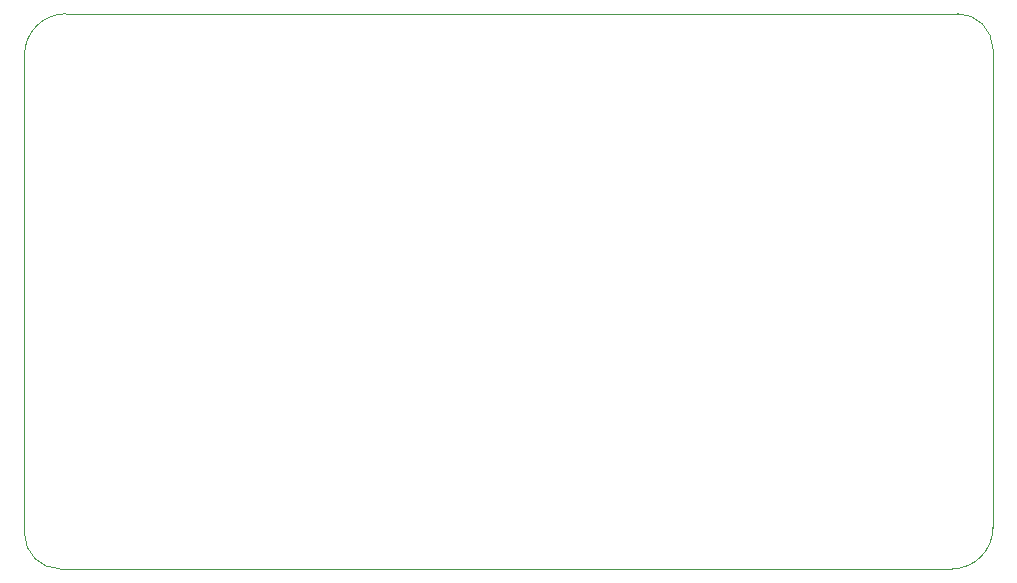
<source format=gbr>
%TF.GenerationSoftware,KiCad,Pcbnew,7.0.7-7.0.7~ubuntu22.04.1*%
%TF.CreationDate,2023-09-08T16:19:24+01:00*%
%TF.ProjectId,FSRray,46535272-6179-42e6-9b69-6361645f7063,rev?*%
%TF.SameCoordinates,Original*%
%TF.FileFunction,Profile,NP*%
%FSLAX46Y46*%
G04 Gerber Fmt 4.6, Leading zero omitted, Abs format (unit mm)*
G04 Created by KiCad (PCBNEW 7.0.7-7.0.7~ubuntu22.04.1) date 2023-09-08 16:19:24*
%MOMM*%
%LPD*%
G01*
G04 APERTURE LIST*
%TA.AperFunction,Profile*%
%ADD10C,0.038100*%
%TD*%
G04 APERTURE END LIST*
D10*
X129000000Y-120000000D02*
X129000000Y-79500000D01*
X132500000Y-76000000D02*
G75*
G03*
X129000000Y-79500000I0J-3500000D01*
G01*
X211000000Y-79000000D02*
G75*
G03*
X208000000Y-76000000I-3000000J0D01*
G01*
X207500000Y-123000000D02*
G75*
G03*
X211000000Y-119500000I0J3500000D01*
G01*
X129000000Y-120000000D02*
G75*
G03*
X132000000Y-123000000I3000000J0D01*
G01*
X132500000Y-76000000D02*
X208000000Y-76000000D01*
X207500000Y-123000000D02*
X132000000Y-123000000D01*
X211000000Y-79000000D02*
X211000000Y-119500000D01*
M02*

</source>
